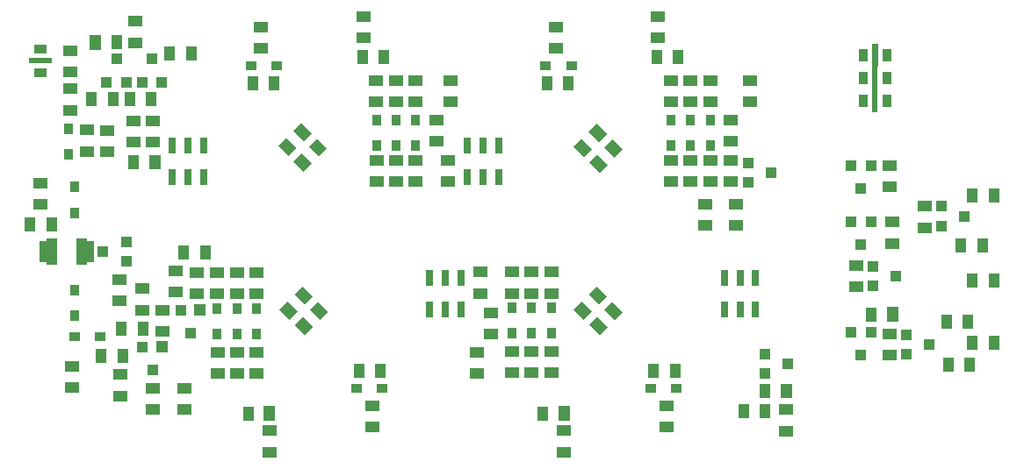
<source format=gbr>
%FSLAX34Y34*%
%MOMM*%
%LNSMDMASK_TOP*%
G71*
G01*
%ADD10R,1.400X1.100*%
%ADD11R,1.100X1.100*%
%ADD12R,1.100X1.400*%
%ADD13R,0.800X1.600*%
%ADD14R,1.050X0.900*%
%ADD15R,0.900X1.050*%
%ADD16R,1.500X2.000*%
%ADD17R,1.100X2.600*%
%ADD18R,1.200X0.900*%
%ADD19R,2.200X0.600*%
%ADD20R,0.900X1.200*%
%ADD21R,0.600X2.200*%
%LPD*%
X422606Y-140888D02*
G54D10*
D03*
X422606Y-161488D02*
G54D10*
D03*
X436606Y-102888D02*
G54D10*
D03*
X436606Y-123488D02*
G54D10*
D03*
X433706Y-179766D02*
G54D10*
D03*
X433706Y-200366D02*
G54D10*
D03*
X123627Y-104377D02*
G54D11*
D03*
X104627Y-104377D02*
G54D11*
D03*
X114127Y-82177D02*
G54D11*
D03*
X90225Y-121194D02*
G54D12*
D03*
X110825Y-121194D02*
G54D12*
D03*
X69805Y-131641D02*
G54D10*
D03*
X69805Y-111041D02*
G54D10*
D03*
X158027Y-104378D02*
G54D11*
D03*
X139027Y-104378D02*
G54D11*
D03*
X148527Y-82178D02*
G54D11*
D03*
X126825Y-121194D02*
G54D12*
D03*
X147424Y-121194D02*
G54D12*
D03*
G36*
X88027Y-59177D02*
X99027Y-59177D01*
X99027Y-73177D01*
X88027Y-73177D01*
X88027Y-59177D01*
G37*
X114127Y-66177D02*
G54D12*
D03*
X132572Y-45648D02*
G54D10*
D03*
X132572Y-66248D02*
G54D10*
D03*
X130272Y-141848D02*
G54D10*
D03*
X130272Y-162448D02*
G54D10*
D03*
X149272Y-141848D02*
G54D10*
D03*
X149272Y-162448D02*
G54D10*
D03*
X130380Y-181804D02*
G54D12*
D03*
G36*
X145480Y-174804D02*
X156480Y-174804D01*
X156480Y-188804D01*
X145480Y-188804D01*
X145480Y-174804D01*
G37*
X165459Y-77194D02*
G54D12*
D03*
X186059Y-77194D02*
G54D12*
D03*
X130380Y-181804D02*
G54D12*
D03*
X114127Y-66177D02*
G54D12*
D03*
X452000Y-196000D02*
G54D13*
D03*
X452000Y-165500D02*
G54D13*
D03*
X467200Y-196000D02*
G54D13*
D03*
X467200Y-165500D02*
G54D13*
D03*
X482400Y-196000D02*
G54D13*
D03*
X482400Y-165500D02*
G54D13*
D03*
X549900Y-105400D02*
G54D12*
D03*
X529300Y-105400D02*
G54D12*
D03*
X528012Y-88433D02*
G54D14*
D03*
X552712Y-88433D02*
G54D14*
D03*
X537553Y-51153D02*
G54D10*
D03*
X537553Y-71753D02*
G54D10*
D03*
X168000Y-196000D02*
G54D13*
D03*
X168000Y-165500D02*
G54D13*
D03*
X183200Y-196000D02*
G54D13*
D03*
X183200Y-165500D02*
G54D13*
D03*
X198400Y-196000D02*
G54D13*
D03*
X198400Y-165500D02*
G54D13*
D03*
X265900Y-105400D02*
G54D12*
D03*
X245300Y-105400D02*
G54D12*
D03*
X244012Y-88433D02*
G54D14*
D03*
X268712Y-88433D02*
G54D14*
D03*
X253553Y-51153D02*
G54D10*
D03*
X253553Y-71753D02*
G54D10*
D03*
X371859Y-80344D02*
G54D12*
D03*
X351259Y-80344D02*
G54D12*
D03*
X352400Y-41100D02*
G54D10*
D03*
X352400Y-61700D02*
G54D10*
D03*
X364553Y-102953D02*
G54D10*
D03*
X364553Y-123553D02*
G54D10*
D03*
X364747Y-141034D02*
G54D15*
D03*
X364747Y-165734D02*
G54D15*
D03*
X364655Y-179797D02*
G54D10*
D03*
X364655Y-200397D02*
G54D10*
D03*
X364553Y-123553D02*
G54D10*
D03*
X383553Y-102953D02*
G54D10*
D03*
X383553Y-123553D02*
G54D10*
D03*
X383747Y-141034D02*
G54D15*
D03*
X383747Y-165734D02*
G54D15*
D03*
X383655Y-179797D02*
G54D10*
D03*
X383655Y-200397D02*
G54D10*
D03*
X383553Y-123553D02*
G54D10*
D03*
X402553Y-102953D02*
G54D10*
D03*
X402553Y-123553D02*
G54D10*
D03*
X402747Y-141034D02*
G54D15*
D03*
X402747Y-165734D02*
G54D15*
D03*
X402655Y-179797D02*
G54D10*
D03*
X402655Y-200397D02*
G54D10*
D03*
X402553Y-123553D02*
G54D10*
D03*
G36*
X302211Y-153438D02*
X294433Y-161217D01*
X284534Y-151317D01*
X292312Y-143539D01*
X302211Y-153438D01*
G37*
G36*
X287645Y-168005D02*
X279866Y-175783D01*
X269967Y-165884D01*
X277745Y-158106D01*
X287645Y-168005D01*
G37*
X433706Y-200366D02*
G54D10*
D03*
X422606Y-161488D02*
G54D10*
D03*
G36*
X317211Y-168439D02*
X309433Y-176217D01*
X299534Y-166317D01*
X307312Y-158539D01*
X317211Y-168439D01*
G37*
G36*
X302645Y-183005D02*
X294866Y-190783D01*
X284967Y-180884D01*
X292745Y-173106D01*
X302645Y-183005D01*
G37*
G36*
X587211Y-154437D02*
X579433Y-162215D01*
X569534Y-152316D01*
X577312Y-144538D01*
X587211Y-154437D01*
G37*
G36*
X572645Y-169004D02*
X564866Y-176782D01*
X554967Y-166882D01*
X562745Y-159104D01*
X572645Y-169004D01*
G37*
G36*
X602211Y-169437D02*
X594433Y-177215D01*
X584534Y-167316D01*
X592312Y-159538D01*
X602211Y-169437D01*
G37*
G36*
X587645Y-184004D02*
X579866Y-191782D01*
X569967Y-181882D01*
X577745Y-174104D01*
X587645Y-184004D01*
G37*
X67512Y-174214D02*
G54D15*
D03*
X67512Y-149514D02*
G54D15*
D03*
X73612Y-205788D02*
G54D15*
D03*
X73612Y-230488D02*
G54D15*
D03*
X85505Y-150847D02*
G54D10*
D03*
X85505Y-171447D02*
G54D10*
D03*
X105405Y-171641D02*
G54D10*
D03*
X105405Y-151041D02*
G54D10*
D03*
X123519Y-258600D02*
G54D11*
D03*
X123519Y-277600D02*
G54D11*
D03*
X101319Y-268100D02*
G54D11*
D03*
X84700Y-268200D02*
G54D16*
D03*
X47200Y-268200D02*
G54D16*
D03*
X80500Y-268200D02*
G54D17*
D03*
X51500Y-268200D02*
G54D17*
D03*
X51469Y-241982D02*
G54D12*
D03*
X30869Y-241982D02*
G54D12*
D03*
X41000Y-222600D02*
G54D10*
D03*
X41000Y-202000D02*
G54D10*
D03*
X105405Y-171641D02*
G54D10*
D03*
X40896Y-72407D02*
G54D18*
D03*
X40896Y-95407D02*
G54D18*
D03*
X40896Y-83907D02*
G54D19*
D03*
X101319Y-268100D02*
G54D11*
D03*
X123519Y-277600D02*
G54D11*
D03*
X706606Y-140888D02*
G54D10*
D03*
X706606Y-161488D02*
G54D10*
D03*
X724606Y-102888D02*
G54D10*
D03*
X724606Y-123488D02*
G54D10*
D03*
X655659Y-80344D02*
G54D12*
D03*
X635059Y-80344D02*
G54D12*
D03*
X636400Y-41100D02*
G54D10*
D03*
X636400Y-61700D02*
G54D10*
D03*
X648553Y-102953D02*
G54D10*
D03*
X648553Y-123553D02*
G54D10*
D03*
X648747Y-141034D02*
G54D15*
D03*
X648747Y-165734D02*
G54D15*
D03*
X648655Y-179797D02*
G54D10*
D03*
X648655Y-200397D02*
G54D10*
D03*
X648553Y-123553D02*
G54D10*
D03*
X667553Y-102953D02*
G54D10*
D03*
X667553Y-123553D02*
G54D10*
D03*
X667747Y-141034D02*
G54D15*
D03*
X667747Y-165734D02*
G54D15*
D03*
X667655Y-179797D02*
G54D10*
D03*
X667655Y-200397D02*
G54D10*
D03*
X667553Y-123553D02*
G54D10*
D03*
X686553Y-102953D02*
G54D10*
D03*
X686553Y-123553D02*
G54D10*
D03*
X686747Y-141034D02*
G54D15*
D03*
X686747Y-165734D02*
G54D15*
D03*
X686655Y-179797D02*
G54D10*
D03*
X686655Y-200397D02*
G54D10*
D03*
X686553Y-123553D02*
G54D10*
D03*
X706606Y-161488D02*
G54D10*
D03*
X348101Y-383600D02*
G54D12*
D03*
X368701Y-383600D02*
G54D12*
D03*
X369988Y-400567D02*
G54D14*
D03*
X345288Y-400567D02*
G54D14*
D03*
X360448Y-437847D02*
G54D10*
D03*
X360448Y-417247D02*
G54D10*
D03*
X822437Y-346018D02*
G54D11*
D03*
X841437Y-346017D02*
G54D11*
D03*
X831937Y-368218D02*
G54D11*
D03*
X191324Y-309150D02*
G54D10*
D03*
X191324Y-288550D02*
G54D10*
D03*
X175874Y-324523D02*
G54D11*
D03*
G36*
X189374Y-319023D02*
X200374Y-319023D01*
X200374Y-330023D01*
X189374Y-330023D01*
X189374Y-319023D01*
G37*
X185374Y-346723D02*
G54D11*
D03*
X139415Y-360270D02*
G54D11*
D03*
G36*
X152916Y-354770D02*
X163916Y-354770D01*
X163916Y-365770D01*
X152916Y-365770D01*
X152916Y-354770D01*
G37*
X148916Y-382470D02*
G54D11*
D03*
X158501Y-324564D02*
G54D10*
D03*
X158501Y-345164D02*
G54D10*
D03*
X148809Y-420711D02*
G54D10*
D03*
X148809Y-400111D02*
G54D10*
D03*
X179394Y-420712D02*
G54D10*
D03*
X179394Y-400112D02*
G54D10*
D03*
X171229Y-307302D02*
G54D10*
D03*
X171229Y-286702D02*
G54D10*
D03*
X139129Y-324602D02*
G54D10*
D03*
X139129Y-304002D02*
G54D10*
D03*
X199642Y-268587D02*
G54D12*
D03*
X179042Y-268587D02*
G54D12*
D03*
X139497Y-342592D02*
G54D12*
D03*
X118897Y-342592D02*
G54D12*
D03*
X241141Y-424556D02*
G54D12*
D03*
G36*
X256241Y-417556D02*
X267241Y-417556D01*
X267241Y-431556D01*
X256241Y-431556D01*
X256241Y-417556D01*
G37*
X261600Y-461800D02*
G54D10*
D03*
X261600Y-441200D02*
G54D10*
D03*
X249448Y-385947D02*
G54D10*
D03*
X249448Y-365347D02*
G54D10*
D03*
X249253Y-347866D02*
G54D15*
D03*
X249253Y-323166D02*
G54D15*
D03*
X249345Y-309103D02*
G54D10*
D03*
X249345Y-288503D02*
G54D10*
D03*
X249448Y-365347D02*
G54D10*
D03*
X230448Y-385947D02*
G54D10*
D03*
X230448Y-365347D02*
G54D10*
D03*
X230253Y-347866D02*
G54D15*
D03*
X230253Y-323166D02*
G54D15*
D03*
X230345Y-309103D02*
G54D10*
D03*
X230345Y-288503D02*
G54D10*
D03*
X230448Y-365347D02*
G54D10*
D03*
X211448Y-385947D02*
G54D10*
D03*
X211448Y-365347D02*
G54D10*
D03*
X211253Y-347866D02*
G54D15*
D03*
X211253Y-323166D02*
G54D15*
D03*
X211345Y-309103D02*
G54D10*
D03*
X211345Y-288503D02*
G54D10*
D03*
X211448Y-365347D02*
G54D10*
D03*
X179042Y-268587D02*
G54D12*
D03*
X148809Y-400111D02*
G54D10*
D03*
X73840Y-350463D02*
G54D14*
D03*
X98540Y-350463D02*
G54D14*
D03*
X73612Y-330314D02*
G54D15*
D03*
X73612Y-305614D02*
G54D15*
D03*
X71006Y-399641D02*
G54D10*
D03*
X71006Y-379041D02*
G54D10*
D03*
X120047Y-368847D02*
G54D12*
D03*
X99447Y-368847D02*
G54D12*
D03*
X118093Y-407557D02*
G54D10*
D03*
X118093Y-386957D02*
G54D10*
D03*
X71006Y-379041D02*
G54D10*
D03*
X118093Y-386957D02*
G54D10*
D03*
X117000Y-315600D02*
G54D10*
D03*
X117000Y-295000D02*
G54D10*
D03*
X117000Y-295000D02*
G54D10*
D03*
X833911Y-122285D02*
G54D20*
D03*
X856911Y-122285D02*
G54D20*
D03*
X845411Y-122285D02*
G54D21*
D03*
X856912Y-78285D02*
G54D20*
D03*
X833912Y-78285D02*
G54D20*
D03*
G36*
X842411Y-67285D02*
X848411Y-67285D01*
X848412Y-89285D01*
X842412Y-89285D01*
X842411Y-67285D01*
G37*
X856912Y-100285D02*
G54D20*
D03*
X833912Y-100285D02*
G54D20*
D03*
X845411Y-100285D02*
G54D21*
D03*
X51469Y-241982D02*
G54D12*
D03*
X69974Y-73830D02*
G54D10*
D03*
X69974Y-94430D02*
G54D10*
D03*
X416000Y-324000D02*
G54D13*
D03*
X416000Y-293500D02*
G54D13*
D03*
X431200Y-324000D02*
G54D13*
D03*
X431200Y-293500D02*
G54D13*
D03*
X446400Y-324000D02*
G54D13*
D03*
X446400Y-293500D02*
G54D13*
D03*
X464906Y-287766D02*
G54D10*
D03*
X464906Y-308366D02*
G54D10*
D03*
X475394Y-348112D02*
G54D10*
D03*
X475394Y-327512D02*
G54D10*
D03*
X461394Y-386112D02*
G54D10*
D03*
X461394Y-365512D02*
G54D10*
D03*
X533408Y-385210D02*
G54D10*
D03*
X533408Y-364610D02*
G54D10*
D03*
X533214Y-347129D02*
G54D15*
D03*
X533214Y-322429D02*
G54D15*
D03*
X533306Y-308366D02*
G54D10*
D03*
X533306Y-287766D02*
G54D10*
D03*
X533408Y-364610D02*
G54D10*
D03*
X514408Y-385210D02*
G54D10*
D03*
X514408Y-364610D02*
G54D10*
D03*
X514214Y-347129D02*
G54D15*
D03*
X514214Y-322429D02*
G54D15*
D03*
X514306Y-308366D02*
G54D10*
D03*
X514306Y-287766D02*
G54D10*
D03*
X514408Y-364610D02*
G54D10*
D03*
X495408Y-385210D02*
G54D10*
D03*
X495408Y-364610D02*
G54D10*
D03*
X495214Y-347129D02*
G54D15*
D03*
X495214Y-322429D02*
G54D15*
D03*
X495306Y-308366D02*
G54D10*
D03*
X495306Y-287766D02*
G54D10*
D03*
X495408Y-364610D02*
G54D10*
D03*
G36*
X587212Y-311529D02*
X579434Y-319307D01*
X569535Y-309408D01*
X577313Y-301630D01*
X587212Y-311529D01*
G37*
G36*
X572645Y-326096D02*
X564867Y-333874D01*
X554968Y-323974D01*
X562746Y-316196D01*
X572645Y-326096D01*
G37*
G36*
X602212Y-326529D02*
X594434Y-334307D01*
X584534Y-324408D01*
X592313Y-316630D01*
X602212Y-326529D01*
G37*
G36*
X587645Y-341096D02*
X579867Y-348874D01*
X569968Y-338975D01*
X577746Y-331196D01*
X587645Y-341096D01*
G37*
X632101Y-383600D02*
G54D12*
D03*
X652701Y-383600D02*
G54D12*
D03*
X653988Y-400567D02*
G54D14*
D03*
X629288Y-400567D02*
G54D14*
D03*
X644448Y-437847D02*
G54D10*
D03*
X644448Y-417247D02*
G54D10*
D03*
X525141Y-424556D02*
G54D12*
D03*
G36*
X540241Y-417556D02*
X551241Y-417556D01*
X551241Y-431556D01*
X540241Y-431556D01*
X540241Y-417556D01*
G37*
X545600Y-461800D02*
G54D10*
D03*
X545600Y-441200D02*
G54D10*
D03*
X700000Y-324000D02*
G54D13*
D03*
X700000Y-293500D02*
G54D13*
D03*
X715200Y-324000D02*
G54D13*
D03*
X715200Y-293500D02*
G54D13*
D03*
X730400Y-324000D02*
G54D13*
D03*
X730400Y-293500D02*
G54D13*
D03*
X822437Y-239218D02*
G54D11*
D03*
X841437Y-239217D02*
G54D11*
D03*
X831937Y-261418D02*
G54D11*
D03*
X822437Y-184818D02*
G54D11*
D03*
X841437Y-184817D02*
G54D11*
D03*
X831937Y-207018D02*
G54D11*
D03*
X841665Y-328694D02*
G54D12*
D03*
G36*
X856765Y-321694D02*
X867765Y-321694D01*
X867765Y-335694D01*
X856765Y-335694D01*
X856765Y-321694D01*
G37*
X861712Y-239746D02*
G54D10*
D03*
X861712Y-260347D02*
G54D10*
D03*
X859712Y-185146D02*
G54D10*
D03*
X859712Y-205746D02*
G54D10*
D03*
X875413Y-367337D02*
G54D11*
D03*
X875412Y-348337D02*
G54D11*
D03*
X897613Y-357837D02*
G54D11*
D03*
X960058Y-355793D02*
G54D12*
D03*
X939458Y-355793D02*
G54D12*
D03*
X859688Y-368109D02*
G54D10*
D03*
X859688Y-347510D02*
G54D10*
D03*
X916015Y-377190D02*
G54D12*
D03*
X936615Y-377190D02*
G54D12*
D03*
X843413Y-301337D02*
G54D11*
D03*
X843412Y-282337D02*
G54D11*
D03*
X865613Y-291837D02*
G54D11*
D03*
X827688Y-302109D02*
G54D10*
D03*
X827688Y-281510D02*
G54D10*
D03*
X909413Y-243337D02*
G54D11*
D03*
X909413Y-224337D02*
G54D11*
D03*
X931613Y-233837D02*
G54D11*
D03*
X893688Y-244909D02*
G54D10*
D03*
X893688Y-224310D02*
G54D10*
D03*
X960058Y-295793D02*
G54D12*
D03*
X939458Y-295793D02*
G54D12*
D03*
X960058Y-213793D02*
G54D12*
D03*
X939458Y-213793D02*
G54D12*
D03*
X935072Y-335819D02*
G54D12*
D03*
X914472Y-335819D02*
G54D12*
D03*
X949072Y-261819D02*
G54D12*
D03*
X928472Y-261819D02*
G54D12*
D03*
X681698Y-242948D02*
G54D10*
D03*
X681698Y-222348D02*
G54D10*
D03*
X723196Y-201426D02*
G54D11*
D03*
X723196Y-182426D02*
G54D11*
D03*
X745396Y-191926D02*
G54D11*
D03*
X706506Y-200681D02*
G54D10*
D03*
X706506Y-180081D02*
G54D10*
D03*
X711298Y-242948D02*
G54D10*
D03*
X711298Y-222348D02*
G54D10*
D03*
X739400Y-422400D02*
G54D12*
D03*
X718800Y-422400D02*
G54D12*
D03*
X739400Y-385800D02*
G54D11*
D03*
X739400Y-366800D02*
G54D11*
D03*
X761600Y-376300D02*
G54D11*
D03*
X739400Y-402800D02*
G54D12*
D03*
G36*
X754500Y-395800D02*
X765500Y-395800D01*
X765500Y-409800D01*
X754500Y-409800D01*
X754500Y-395800D01*
G37*
X760000Y-420800D02*
G54D10*
D03*
X760000Y-441400D02*
G54D10*
D03*
G36*
X303212Y-311529D02*
X295434Y-319307D01*
X285535Y-309408D01*
X293313Y-301630D01*
X303212Y-311529D01*
G37*
G36*
X288645Y-326096D02*
X280867Y-333874D01*
X270968Y-323974D01*
X278746Y-316196D01*
X288645Y-326096D01*
G37*
G36*
X318212Y-326529D02*
X310434Y-334307D01*
X300534Y-324408D01*
X308312Y-316630D01*
X318212Y-326529D01*
G37*
G36*
X303645Y-341096D02*
X295867Y-348874D01*
X285968Y-338975D01*
X293746Y-331196D01*
X303645Y-341096D01*
G37*
M02*

</source>
